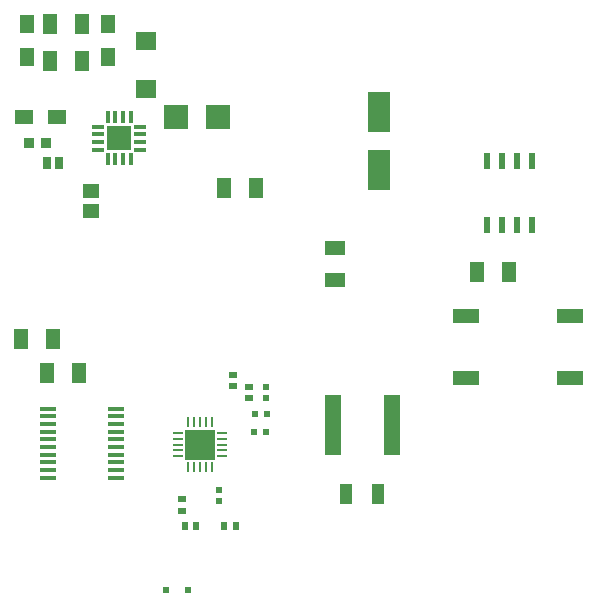
<source format=gbp>
G04*
G04 #@! TF.GenerationSoftware,Altium Limited,Altium Designer,23.1.1 (15)*
G04*
G04 Layer_Color=128*
%FSLAX44Y44*%
%MOMM*%
G71*
G04*
G04 #@! TF.SameCoordinates,4FD7E483-A0BE-4EFF-918D-63B1A9DD4886*
G04*
G04*
G04 #@! TF.FilePolarity,Positive*
G04*
G01*
G75*
%ADD21R,0.5800X0.6400*%
%ADD24R,1.2000X1.7000*%
%ADD27R,1.4000X1.2500*%
%ADD28R,1.1000X1.7000*%
%ADD29R,1.8500X3.4500*%
%ADD30R,0.6400X0.5800*%
%ADD60R,0.5800X0.6200*%
%ADD61R,0.5000X0.5200*%
%ADD62R,2.3000X1.2500*%
%ADD63R,1.6000X1.2500*%
%ADD64R,0.5500X0.6000*%
%ADD65R,0.6200X0.5800*%
%ADD66R,0.8500X0.2500*%
%ADD67R,0.2500X0.8500*%
%ADD68R,2.6000X2.6000*%
%ADD69R,1.3500X0.4000*%
%ADD70R,0.8000X1.0000*%
%ADD71R,0.3000X1.1000*%
%ADD72R,1.1000X0.3000*%
%ADD73R,2.1000X2.1000*%
%ADD74R,1.2500X1.6000*%
%ADD75R,1.7000X1.6500*%
%ADD76R,2.0000X2.1000*%
%ADD77R,0.8500X0.9000*%
%ADD78R,0.6000X1.4500*%
%ADD79R,1.4000X5.2000*%
%ADD80R,1.7000X1.2000*%
D21*
X185700Y182250D02*
D03*
X195300D02*
D03*
X152200Y182500D02*
D03*
X161800D02*
D03*
D24*
X35500Y312000D02*
D03*
X62500D02*
D03*
X212250Y468250D02*
D03*
X185250D02*
D03*
X65000Y607000D02*
D03*
X38000D02*
D03*
X64750Y575750D02*
D03*
X37750Y575750D02*
D03*
X399250Y397000D02*
D03*
X426250D02*
D03*
X40750Y341000D02*
D03*
X13750D02*
D03*
D27*
X72750Y465750D02*
D03*
Y448750D02*
D03*
D28*
X288750Y209000D02*
D03*
X315750D02*
D03*
D29*
X316250Y533000D02*
D03*
Y484000D02*
D03*
D30*
X149750Y204800D02*
D03*
Y195200D02*
D03*
X192750Y310050D02*
D03*
Y300450D02*
D03*
X206250Y290700D02*
D03*
Y300300D02*
D03*
D60*
X220900Y262250D02*
D03*
X211100D02*
D03*
X221650Y276750D02*
D03*
X211850D02*
D03*
D61*
X136250Y127750D02*
D03*
X155250D02*
D03*
D62*
X478250Y359750D02*
D03*
Y307750D02*
D03*
X390250Y359750D02*
D03*
Y307750D02*
D03*
D63*
X16250Y529000D02*
D03*
X43750D02*
D03*
D64*
X181500Y212750D02*
D03*
Y203750D02*
D03*
D65*
X220750Y300150D02*
D03*
Y290350D02*
D03*
D66*
X146000Y241250D02*
D03*
Y246250D02*
D03*
Y251250D02*
D03*
Y256250D02*
D03*
Y261250D02*
D03*
X184000D02*
D03*
Y256250D02*
D03*
Y251250D02*
D03*
Y246250D02*
D03*
Y241250D02*
D03*
D67*
X155000Y270250D02*
D03*
X160000D02*
D03*
X165000D02*
D03*
X170000D02*
D03*
X175000D02*
D03*
Y232250D02*
D03*
X170000D02*
D03*
X165000D02*
D03*
X160000D02*
D03*
X155000D02*
D03*
D68*
X165000Y251250D02*
D03*
D69*
X36000Y223250D02*
D03*
Y229750D02*
D03*
Y236250D02*
D03*
Y242750D02*
D03*
Y249250D02*
D03*
Y255750D02*
D03*
Y262250D02*
D03*
Y268750D02*
D03*
Y275250D02*
D03*
Y281750D02*
D03*
X93500Y223250D02*
D03*
X93500Y229750D02*
D03*
Y236250D02*
D03*
X93500Y242750D02*
D03*
X93500Y249250D02*
D03*
Y255750D02*
D03*
X93500Y262250D02*
D03*
X93500Y268750D02*
D03*
Y275250D02*
D03*
X93500Y281750D02*
D03*
D70*
X35250Y489250D02*
D03*
X45750Y489250D02*
D03*
D71*
X86750Y528750D02*
D03*
X93250D02*
D03*
X99750Y528750D02*
D03*
X106250Y528750D02*
D03*
Y492750D02*
D03*
X99750Y492750D02*
D03*
X93250D02*
D03*
X86750Y492750D02*
D03*
D72*
X114500Y520500D02*
D03*
Y514000D02*
D03*
Y507500D02*
D03*
Y501000D02*
D03*
X78500Y501000D02*
D03*
Y507500D02*
D03*
Y514000D02*
D03*
Y520500D02*
D03*
D73*
X96500Y510750D02*
D03*
D74*
X87500Y579500D02*
D03*
X87500Y607000D02*
D03*
X18500Y579500D02*
D03*
Y607000D02*
D03*
D75*
X119250Y593000D02*
D03*
X119250Y552500D02*
D03*
D76*
X144500Y528500D02*
D03*
X180500Y528500D02*
D03*
D77*
X35000Y506250D02*
D03*
X20000D02*
D03*
D78*
X446050Y437250D02*
D03*
X433350Y437250D02*
D03*
X420650Y437250D02*
D03*
X407950D02*
D03*
X446050Y491750D02*
D03*
X433350Y491750D02*
D03*
X420650Y491750D02*
D03*
X407950D02*
D03*
D79*
X277250Y267750D02*
D03*
X327250Y267750D02*
D03*
D80*
X279250Y417500D02*
D03*
Y390500D02*
D03*
M02*

</source>
